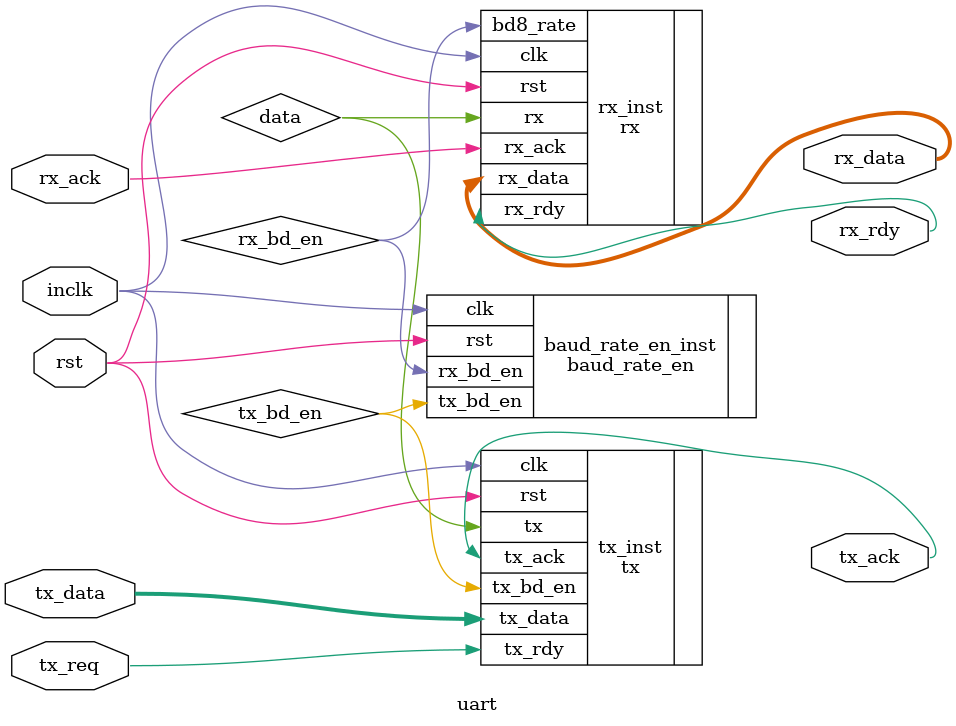
<source format=v>
module uart #(                  //成功收发数据
    parameter PARITY = "ODD" //奇校验让他偶
) (
    input       inclk,

    input       tx_req,
    input [7:0] tx_data,
    output      tx_ack,

 //   output      tx,
  //  input       rx,

    input       rx_ack,
    output      rx_rdy,
    output [7:0]     rx_data,
    input       rst
);
wire tx_bd_en,rx_bd_en,data;

    baud_rate_en baud_rate_en_inst(
        .clk(inclk),
        .rst(rst),
        .tx_bd_en(tx_bd_en),
        .rx_bd_en(rx_bd_en)
    );
    tx #(
        .PARITY (PARITY),
        .STOP_BIT(1)
    ) 
    tx_inst(
        .rst(rst),
        .clk(inclk),
        .tx_bd_en(tx_bd_en),
        .tx_data(tx_data),
        .tx_rdy(tx_req),
        .tx_ack(tx_ack),
        .tx(data)
    );

    rx #(
        .PARITY(PARITY),
        .STOP_BIT(1)
    )
    rx_inst (
        .rst(rst),
        .clk(inclk),
        .bd8_rate(rx_bd_en),
        .rx_data(rx_data),
        .rx_rdy(rx_rdy),
        .rx(data),
        .rx_ack(rx_ack)
    );
endmodule
</source>
